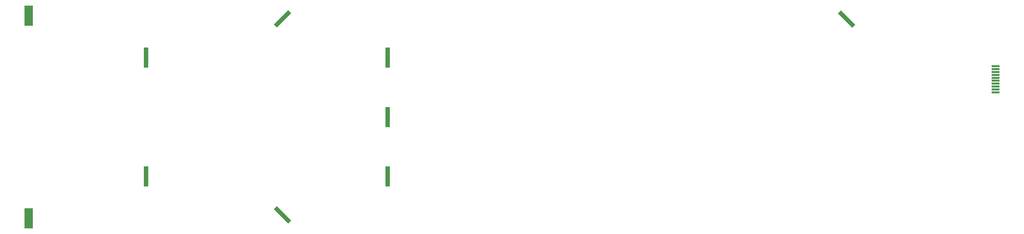
<source format=gtp>
G04 Layer_Color=8421504*
%FSLAX25Y25*%
%MOIN*%
G70*
G01*
G75*
%ADD10R,0.10630X0.02795*%
%ADD11R,0.05906X0.27559*%
G04:AMPARAMS|DCode=12|XSize=275.59mil|YSize=59.06mil|CornerRadius=0mil|HoleSize=0mil|Usage=FLASHONLY|Rotation=315.000|XOffset=0mil|YOffset=0mil|HoleType=Round|Shape=Rectangle|*
%AMROTATEDRECTD12*
4,1,4,-0.11832,0.07656,-0.07656,0.11832,0.11832,-0.07656,0.07656,-0.11832,-0.11832,0.07656,0.0*
%
%ADD12ROTATEDRECTD12*%

%ADD13R,0.11811X0.27559*%
G04:AMPARAMS|DCode=14|XSize=275.59mil|YSize=59.06mil|CornerRadius=0mil|HoleSize=0mil|Usage=FLASHONLY|Rotation=225.000|XOffset=0mil|YOffset=0mil|HoleType=Round|Shape=Rectangle|*
%AMROTATEDRECTD14*
4,1,4,0.07656,0.11832,0.11832,0.07656,-0.07656,-0.11832,-0.11832,-0.07656,0.07656,0.11832,0.0*
%
%ADD14ROTATEDRECTD14*%

D10*
X1485669Y211968D02*
D03*
Y215905D02*
D03*
Y204095D02*
D03*
Y208032D02*
D03*
Y196221D02*
D03*
Y200157D02*
D03*
Y223780D02*
D03*
Y219843D02*
D03*
Y231653D02*
D03*
Y227716D02*
D03*
D11*
X329724Y243307D02*
D03*
Y81890D02*
D03*
X658465Y243307D02*
D03*
Y162598D02*
D03*
Y81890D02*
D03*
D12*
X1282835Y295827D02*
D03*
X515394Y29370D02*
D03*
D13*
X170276Y300394D02*
D03*
Y24803D02*
D03*
D14*
X515394Y296063D02*
D03*
M02*

</source>
